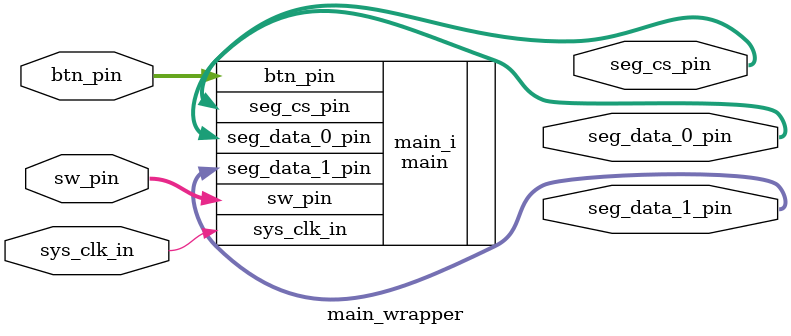
<source format=v>

`timescale 1 ps / 1 ps

module main_wrapper
   (btn_pin,
    seg_cs_pin,
    seg_data_0_pin,
    seg_data_1_pin,
    sw_pin,
    sys_clk_in);
  input [4:0]btn_pin;
  output [7:0]seg_cs_pin;
  output [7:0]seg_data_0_pin;
  output [7:0]seg_data_1_pin;
  input [3:0]sw_pin;
  input sys_clk_in;

  wire [4:0]btn_pin;
  wire [7:0]seg_cs_pin;
  wire [7:0]seg_data_0_pin;
  wire [7:0]seg_data_1_pin;
  wire [3:0]sw_pin;
  wire sys_clk_in;

  main main_i
       (.btn_pin(btn_pin),
        .seg_cs_pin(seg_cs_pin),
        .seg_data_0_pin(seg_data_0_pin),
        .seg_data_1_pin(seg_data_1_pin),
        .sw_pin(sw_pin),
        .sys_clk_in(sys_clk_in));
endmodule

</source>
